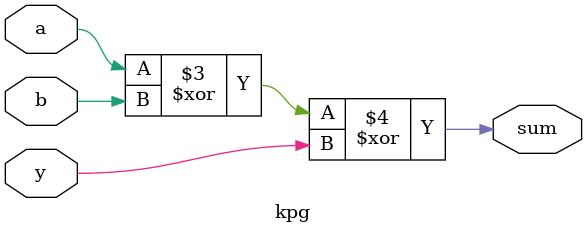
<source format=v>
module kpg(sum, a, b, y);
output sum;
input a, b, y;
wire [1:0] x;
assign x[1] = a&b;
assign x[0] = a|b;
assign sum = a^b^y;

endmodule




</source>
